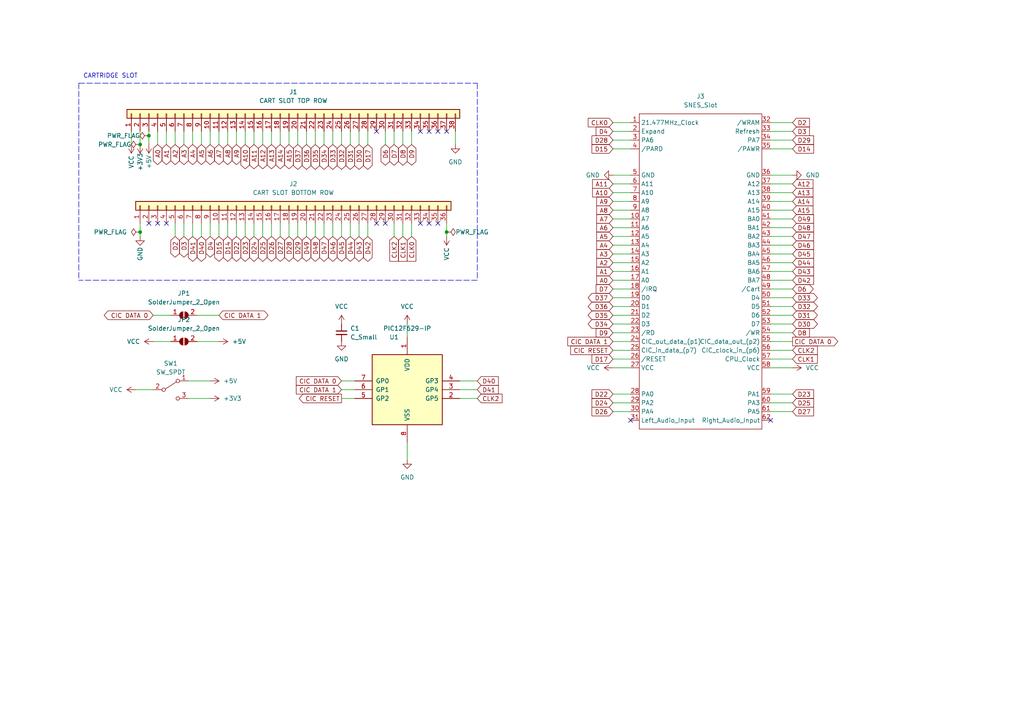
<source format=kicad_sch>
(kicad_sch (version 20210621) (generator eeschema)
  (paper "A4")
  (title_block (title "OSCR SNES ADAPTER") (date "2021-10-31") (rev "V1"))
  (lib_symbols
    (symbol "Connector_Generic:Conn_01x36" (pin_names (offset 1.016) hide)
      (property "Reference" "J" (at 0 45.72 0))
      (property "Value" "Conn_01x36" (at 0 -48.26 0))
      (symbol "Conn_01x36_1_1"
        (rectangle (start -1.27 -45.593) (end 0 -45.847) (stroke (width 0.1524)))
        (rectangle (start -1.27 -43.053) (end 0 -43.307) (stroke (width 0.1524)))
        (rectangle (start -1.27 -40.513) (end 0 -40.767) (stroke (width 0.1524)))
        (rectangle (start -1.27 -37.973) (end 0 -38.227) (stroke (width 0.1524)))
        (rectangle (start -1.27 -35.433) (end 0 -35.687) (stroke (width 0.1524)))
        (rectangle (start -1.27 -32.893) (end 0 -33.147) (stroke (width 0.1524)))
        (rectangle (start -1.27 -30.353) (end 0 -30.607) (stroke (width 0.1524)))
        (rectangle (start -1.27 -27.813) (end 0 -28.067) (stroke (width 0.1524)))
        (rectangle (start -1.27 -25.273) (end 0 -25.527) (stroke (width 0.1524)))
        (rectangle (start -1.27 -22.733) (end 0 -22.987) (stroke (width 0.1524)))
        (rectangle (start -1.27 -20.193) (end 0 -20.447) (stroke (width 0.1524)))
        (rectangle (start -1.27 -17.653) (end 0 -17.907) (stroke (width 0.1524)))
        (rectangle (start -1.27 -15.113) (end 0 -15.367) (stroke (width 0.1524)))
        (rectangle (start -1.27 -12.573) (end 0 -12.827) (stroke (width 0.1524)))
        (rectangle (start -1.27 -10.033) (end 0 -10.287) (stroke (width 0.1524)))
        (rectangle (start -1.27 -7.493) (end 0 -7.747) (stroke (width 0.1524)))
        (rectangle (start -1.27 -4.953) (end 0 -5.207) (stroke (width 0.1524)))
        (rectangle (start -1.27 -2.413) (end 0 -2.667) (stroke (width 0.1524)))
        (rectangle (start -1.27 0.127) (end 0 -0.127) (stroke (width 0.1524)))
        (rectangle (start -1.27 2.667) (end 0 2.413) (stroke (width 0.1524)))
        (rectangle (start -1.27 5.207) (end 0 4.953) (stroke (width 0.1524)))
        (rectangle (start -1.27 7.747) (end 0 7.493) (stroke (width 0.1524)))
        (rectangle (start -1.27 10.287) (end 0 10.033) (stroke (width 0.1524)))
        (rectangle (start -1.27 12.827) (end 0 12.573) (stroke (width 0.1524)))
        (rectangle (start -1.27 15.367) (end 0 15.113) (stroke (width 0.1524)))
        (rectangle (start -1.27 17.907) (end 0 17.653) (stroke (width 0.1524)))
        (rectangle (start -1.27 20.447) (end 0 20.193) (stroke (width 0.1524)))
        (rectangle (start -1.27 22.987) (end 0 22.733) (stroke (width 0.1524)))
        (rectangle (start -1.27 25.527) (end 0 25.273) (stroke (width 0.1524)))
        (rectangle (start -1.27 28.067) (end 0 27.813) (stroke (width 0.1524)))
        (rectangle (start -1.27 30.607) (end 0 30.353) (stroke (width 0.1524)))
        (rectangle (start -1.27 33.147) (end 0 32.893) (stroke (width 0.1524)))
        (rectangle (start -1.27 35.687) (end 0 35.433) (stroke (width 0.1524)))
        (rectangle (start -1.27 38.227) (end 0 37.973) (stroke (width 0.1524)))
        (rectangle (start -1.27 40.767) (end 0 40.513) (stroke (width 0.1524)))
        (rectangle (start -1.27 43.307) (end 0 43.053) (stroke (width 0.1524)))
        (rectangle (start -1.27 44.45) (end 1.27 -46.99) (stroke (width 0.254)) (fill (type background)))
        (pin passive line (at -5.08 43.18 0) (length 3.81) (name "Pin_1") (number "1"))
        (pin passive line (at -5.08 20.32 0) (length 3.81) (name "Pin_10") (number "10"))
        (pin passive line (at -5.08 17.78 0) (length 3.81) (name "Pin_11") (number "11"))
        (pin passive line (at -5.08 15.24 0) (length 3.81) (name "Pin_12") (number "12"))
        (pin passive line (at -5.08 12.7 0) (length 3.81) (name "Pin_13") (number "13"))
        (pin passive line (at -5.08 10.16 0) (length 3.81) (name "Pin_14") (number "14"))
        (pin passive line (at -5.08 7.62 0) (length 3.81) (name "Pin_15") (number "15"))
        (pin passive line (at -5.08 5.08 0) (length 3.81) (name "Pin_16") (number "16"))
        (pin passive line (at -5.08 2.54 0) (length 3.81) (name "Pin_17") (number "17"))
        (pin passive line (at -5.08 0 0) (length 3.81) (name "Pin_18") (number "18"))
        (pin passive line (at -5.08 -2.54 0) (length 3.81) (name "Pin_19") (number "19"))
        (pin passive line (at -5.08 40.64 0) (length 3.81) (name "Pin_2") (number "2"))
        (pin passive line (at -5.08 -5.08 0) (length 3.81) (name "Pin_20") (number "20"))
        (pin passive line (at -5.08 -7.62 0) (length 3.81) (name "Pin_21") (number "21"))
        (pin passive line (at -5.08 -10.16 0) (length 3.81) (name "Pin_22") (number "22"))
        (pin passive line (at -5.08 -12.7 0) (length 3.81) (name "Pin_23") (number "23"))
        (pin passive line (at -5.08 -15.24 0) (length 3.81) (name "Pin_24") (number "24"))
        (pin passive line (at -5.08 -17.78 0) (length 3.81) (name "Pin_25") (number "25"))
        (pin passive line (at -5.08 -20.32 0) (length 3.81) (name "Pin_26") (number "26"))
        (pin passive line (at -5.08 -22.86 0) (length 3.81) (name "Pin_27") (number "27"))
        (pin passive line (at -5.08 -25.4 0) (length 3.81) (name "Pin_28") (number "28"))
        (pin passive line (at -5.08 -27.94 0) (length 3.81) (name "Pin_29") (number "29"))
        (pin passive line (at -5.08 38.1 0) (length 3.81) (name "Pin_3") (number "3"))
        (pin passive line (at -5.08 -30.48 0) (length 3.81) (name "Pin_30") (number "30"))
        (pin passive line (at -5.08 -33.02 0) (length 3.81) (name "Pin_31") (number "31"))
        (pin passive line (at -5.08 -35.56 0) (length 3.81) (name "Pin_32") (number "32"))
        (pin passive line (at -5.08 -38.1 0) (length 3.81) (name "Pin_33") (number "33"))
        (pin passive line (at -5.08 -40.64 0) (length 3.81) (name "Pin_34") (number "34"))
        (pin passive line (at -5.08 -43.18 0) (length 3.81) (name "Pin_35") (number "35"))
        (pin passive line (at -5.08 -45.72 0) (length 3.81) (name "Pin_36") (number "36"))
        (pin passive line (at -5.08 35.56 0) (length 3.81) (name "Pin_4") (number "4"))
        (pin passive line (at -5.08 33.02 0) (length 3.81) (name "Pin_5") (number "5"))
        (pin passive line (at -5.08 30.48 0) (length 3.81) (name "Pin_6") (number "6"))
        (pin passive line (at -5.08 27.94 0) (length 3.81) (name "Pin_7") (number "7"))
        (pin passive line (at -5.08 25.4 0) (length 3.81) (name "Pin_8") (number "8"))
        (pin passive line (at -5.08 22.86 0) (length 3.81) (name "Pin_9") (number "9"))
      )
    )
    (symbol "Connector_Generic:Conn_01x38" (pin_names (offset 1.016) hide)
      (property "Reference" "J" (at 0 48.26 0))
      (property "Value" "Conn_01x38" (at 0 -50.8 0))
      (symbol "Conn_01x38_1_1"
        (rectangle (start -1.27 -48.133) (end 0 -48.387) (stroke (width 0.1524)))
        (rectangle (start -1.27 -45.593) (end 0 -45.847) (stroke (width 0.1524)))
        (rectangle (start -1.27 -43.053) (end 0 -43.307) (stroke (width 0.1524)))
        (rectangle (start -1.27 -40.513) (end 0 -40.767) (stroke (width 0.1524)))
        (rectangle (start -1.27 -37.973) (end 0 -38.227) (stroke (width 0.1524)))
        (rectangle (start -1.27 -35.433) (end 0 -35.687) (stroke (width 0.1524)))
        (rectangle (start -1.27 -32.893) (end 0 -33.147) (stroke (width 0.1524)))
        (rectangle (start -1.27 -30.353) (end 0 -30.607) (stroke (width 0.1524)))
        (rectangle (start -1.27 -27.813) (end 0 -28.067) (stroke (width 0.1524)))
        (rectangle (start -1.27 -25.273) (end 0 -25.527) (stroke (width 0.1524)))
        (rectangle (start -1.27 -22.733) (end 0 -22.987) (stroke (width 0.1524)))
        (rectangle (start -1.27 -20.193) (end 0 -20.447) (stroke (width 0.1524)))
        (rectangle (start -1.27 -17.653) (end 0 -17.907) (stroke (width 0.1524)))
        (rectangle (start -1.27 -15.113) (end 0 -15.367) (stroke (width 0.1524)))
        (rectangle (start -1.27 -12.573) (end 0 -12.827) (stroke (width 0.1524)))
        (rectangle (start -1.27 -10.033) (end 0 -10.287) (stroke (width 0.1524)))
        (rectangle (start -1.27 -7.493) (end 0 -7.747) (stroke (width 0.1524)))
        (rectangle (start -1.27 -4.953) (end 0 -5.207) (stroke (width 0.1524)))
        (rectangle (start -1.27 -2.413) (end 0 -2.667) (stroke (width 0.1524)))
        (rectangle (start -1.27 0.127) (end 0 -0.127) (stroke (width 0.1524)))
        (rectangle (start -1.27 2.667) (end 0 2.413) (stroke (width 0.1524)))
        (rectangle (start -1.27 5.207) (end 0 4.953) (stroke (width 0.1524)))
        (rectangle (start -1.27 7.747) (end 0 7.493) (stroke (width 0.1524)))
        (rectangle (start -1.27 10.287) (end 0 10.033) (stroke (width 0.1524)))
        (rectangle (start -1.27 12.827) (end 0 12.573) (stroke (width 0.1524)))
        (rectangle (start -1.27 15.367) (end 0 15.113) (stroke (width 0.1524)))
        (rectangle (start -1.27 17.907) (end 0 17.653) (stroke (width 0.1524)))
        (rectangle (start -1.27 20.447) (end 0 20.193) (stroke (width 0.1524)))
        (rectangle (start -1.27 22.987) (end 0 22.733) (stroke (width 0.1524)))
        (rectangle (start -1.27 25.527) (end 0 25.273) (stroke (width 0.1524)))
        (rectangle (start -1.27 28.067) (end 0 27.813) (stroke (width 0.1524)))
        (rectangle (start -1.27 30.607) (end 0 30.353) (stroke (width 0.1524)))
        (rectangle (start -1.27 33.147) (end 0 32.893) (stroke (width 0.1524)))
        (rectangle (start -1.27 35.687) (end 0 35.433) (stroke (width 0.1524)))
        (rectangle (start -1.27 38.227) (end 0 37.973) (stroke (width 0.1524)))
        (rectangle (start -1.27 40.767) (end 0 40.513) (stroke (width 0.1524)))
        (rectangle (start -1.27 43.307) (end 0 43.053) (stroke (width 0.1524)))
        (rectangle (start -1.27 45.847) (end 0 45.593) (stroke (width 0.1524)))
        (rectangle (start -1.27 46.99) (end 1.27 -49.53) (stroke (width 0.254)) (fill (type background)))
        (pin passive line (at -5.08 45.72 0) (length 3.81) (name "Pin_1") (number "1"))
        (pin passive line (at -5.08 22.86 0) (length 3.81) (name "Pin_10") (number "10"))
        (pin passive line (at -5.08 20.32 0) (length 3.81) (name "Pin_11") (number "11"))
        (pin passive line (at -5.08 17.78 0) (length 3.81) (name "Pin_12") (number "12"))
        (pin passive line (at -5.08 15.24 0) (length 3.81) (name "Pin_13") (number "13"))
        (pin passive line (at -5.08 12.7 0) (length 3.81) (name "Pin_14") (number "14"))
        (pin passive line (at -5.08 10.16 0) (length 3.81) (name "Pin_15") (number "15"))
        (pin passive line (at -5.08 7.62 0) (length 3.81) (name "Pin_16") (number "16"))
        (pin passive line (at -5.08 5.08 0) (length 3.81) (name "Pin_17") (number "17"))
        (pin passive line (at -5.08 2.54 0) (length 3.81) (name "Pin_18") (number "18"))
        (pin passive line (at -5.08 0 0) (length 3.81) (name "Pin_19") (number "19"))
        (pin passive line (at -5.08 43.18 0) (length 3.81) (name "Pin_2") (number "2"))
        (pin passive line (at -5.08 -2.54 0) (length 3.81) (name "Pin_20") (number "20"))
        (pin passive line (at -5.08 -5.08 0) (length 3.81) (name "Pin_21") (number "21"))
        (pin passive line (at -5.08 -7.62 0) (length 3.81) (name "Pin_22") (number "22"))
        (pin passive line (at -5.08 -10.16 0) (length 3.81) (name "Pin_23") (number "23"))
        (pin passive line (at -5.08 -12.7 0) (length 3.81) (name "Pin_24") (number "24"))
        (pin passive line (at -5.08 -15.24 0) (length 3.81) (name "Pin_25") (number "25"))
        (pin passive line (at -5.08 -17.78 0) (length 3.81) (name "Pin_26") (number "26"))
        (pin passive line (at -5.08 -20.32 0) (length 3.81) (name "Pin_27") (number "27"))
        (pin passive line (at -5.08 -22.86 0) (length 3.81) (name "Pin_28") (number "28"))
        (pin passive line (at -5.08 -25.4 0) (length 3.81) (name "Pin_29") (number "29"))
        (pin passive line (at -5.08 40.64 0) (length 3.81) (name "Pin_3") (number "3"))
        (pin passive line (at -5.08 -27.94 0) (length 3.81) (name "Pin_30") (number "30"))
        (pin passive line (at -5.08 -30.48 0) (length 3.81) (name "Pin_31") (number "31"))
        (pin passive line (at -5.08 -33.02 0) (length 3.81) (name "Pin_32") (number "32"))
        (pin passive line (at -5.08 -35.56 0) (length 3.81) (name "Pin_33") (number "33"))
        (pin passive line (at -5.08 -38.1 0) (length 3.81) (name "Pin_34") (number "34"))
        (pin passive line (at -5.08 -40.64 0) (length 3.81) (name "Pin_35") (number "35"))
        (pin passive line (at -5.08 -43.18 0) (length 3.81) (name "Pin_36") (number "36"))
        (pin passive line (at -5.08 -45.72 0) (length 3.81) (name "Pin_37") (number "37"))
        (pin passive line (at -5.08 -48.26 0) (length 3.81) (name "Pin_38") (number "38"))
        (pin passive line (at -5.08 38.1 0) (length 3.81) (name "Pin_4") (number "4"))
        (pin passive line (at -5.08 35.56 0) (length 3.81) (name "Pin_5") (number "5"))
        (pin passive line (at -5.08 33.02 0) (length 3.81) (name "Pin_6") (number "6"))
        (pin passive line (at -5.08 30.48 0) (length 3.81) (name "Pin_7") (number "7"))
        (pin passive line (at -5.08 27.94 0) (length 3.81) (name "Pin_8") (number "8"))
        (pin passive line (at -5.08 25.4 0) (length 3.81) (name "Pin_9") (number "9"))
      )
    )
    (symbol "Device:C_Small" (pin_numbers hide) (pin_names (offset 0.254) hide)
      (property "Reference" "C" (at 0.254 1.778 0))
      (property "Value" "C_Small" (at 0.254 -2.032 0))
      (symbol "C_Small_0_1"
        (polyline (pts (xy -1.524 -0.508) (xy 1.524 -0.508)) (stroke (width 0.3302)))
        (polyline (pts (xy -1.524 0.508) (xy 1.524 0.508)) (stroke (width 0.3048)))
      )
      (symbol "C_Small_1_1"
        (pin passive line (at 0 2.54 270) (length 2.032) (name "~") (number "1"))
        (pin passive line (at 0 -2.54 90) (length 2.032) (name "~") (number "2"))
      )
    )
    (symbol "Jumper:SolderJumper_2_Open" (pin_names (offset 0) hide)
      (property "Reference" "JP" (at 0 2.032 0))
      (property "Value" "SolderJumper_2_Open" (at 0 -2.54 0))
      (symbol "SolderJumper_2_Open_0_1"
        (arc (start -0.254 1.016) (mid -1.27 0) (end -0.254 -1.016))
        (arc (start -0.254 1.016) (mid -1.27 0) (end -0.254 -1.016) (fill (type outline)))
        (polyline (pts (xy -0.254 1.016) (xy -0.254 -1.016)))
        (polyline (pts (xy 0.254 1.016) (xy 0.254 -1.016)))
        (arc (start 0.254 -1.016) (mid 1.27 0) (end 0.254 1.016))
        (arc (start 0.254 -1.016) (mid 1.27 0) (end 0.254 1.016) (fill (type outline)))
      )
      (symbol "SolderJumper_2_Open_1_1"
        (pin passive line (at -3.81 0 0) (length 2.54) (name "A") (number "1"))
        (pin passive line (at 3.81 0 180) (length 2.54) (name "B") (number "2"))
      )
    )
    (symbol "MCU_Microchip_PIC12:PIC12F629-IP" (pin_names (offset 1.016))
      (property "Reference" "U" (at 1.27 13.97 0))
      (property "Value" "PIC12F629-IP" (at 1.27 11.43 0))
      (symbol "PIC12F629-IP_0_1"
        (rectangle (start 10.16 -10.16) (end -10.16 10.16) (stroke (width 0.254)) (fill (type background)))
      )
      (symbol "PIC12F629-IP_1_1"
        (pin power_in line (at 0 15.24 270) (length 5.08) (name "VDD") (number "1"))
        (pin bidirectional line (at 15.24 -2.54 180) (length 5.08) (name "GP5") (number "2"))
        (pin bidirectional line (at 15.24 0 180) (length 5.08) (name "GP4") (number "3"))
        (pin input line (at 15.24 2.54 180) (length 5.08) (name "GP3") (number "4"))
        (pin bidirectional line (at -15.24 -2.54 0) (length 5.08) (name "GP2") (number "5"))
        (pin bidirectional line (at -15.24 0 0) (length 5.08) (name "GP1") (number "6"))
        (pin bidirectional line (at -15.24 2.54 0) (length 5.08) (name "GP0") (number "7"))
        (pin power_in line (at 0 -15.24 90) (length 5.08) (name "VSS") (number "8"))
      )
    )
    (symbol "Switch:SW_SPDT" (pin_names (offset 0) hide)
      (property "Reference" "SW" (at 0 4.318 0))
      (property "Value" "SW_SPDT" (at 0 -5.08 0))
      (symbol "SW_SPDT_0_0"
        (circle (center -2.032 0) (radius 0.508))
        (circle (center 2.032 -2.54) (radius 0.508))
      )
      (symbol "SW_SPDT_0_1"
        (polyline (pts (xy -1.524 0.254) (xy 1.651 2.286)))
        (circle (center 2.032 2.54) (radius 0.508))
      )
      (symbol "SW_SPDT_1_1"
        (pin passive line (at 5.08 2.54 180) (length 2.54) (name "A") (number "1"))
        (pin passive line (at -5.08 0 0) (length 2.54) (name "B") (number "2"))
        (pin passive line (at 5.08 -2.54 180) (length 2.54) (name "C") (number "3"))
      )
    )
    (symbol "power:+3.3V" (power) (pin_names (offset 0))
      (property "Value" "+3.3V" (at 0 3.556 0))
      (symbol "+3.3V_0_1"
        (polyline (pts (xy -0.762 1.27) (xy 0 2.54)))
        (polyline (pts (xy 0 0) (xy 0 2.54)))
        (polyline (pts (xy 0 2.54) (xy 0.762 1.27)))
      )
      (symbol "+3.3V_1_1"
        (pin power_in line (at 0 0 90) (length 0) hide (name "+3V3") (number "1"))
      )
    )
    (symbol "power:+5V" (power) (pin_names (offset 0))
      (property "Value" "+5V" (at 0 3.556 0))
      (symbol "+5V_0_1"
        (polyline (pts (xy -0.762 1.27) (xy 0 2.54)))
        (polyline (pts (xy 0 0) (xy 0 2.54)))
        (polyline (pts (xy 0 2.54) (xy 0.762 1.27)))
      )
      (symbol "+5V_1_1"
        (pin power_in line (at 0 0 90) (length 0) hide (name "+5V") (number "1"))
      )
    )
    (symbol "power:GND" (power) (pin_names (offset 0))
      (property "Value" "GND" (at 0 -3.81 0))
      (symbol "GND_0_1"
        (polyline (pts (xy 0 0) (xy 0 -1.27) (xy 1.27 -1.27) (xy 0 -2.54) (xy -1.27 -1.27) (xy 0 -1.27)))
      )
      (symbol "GND_1_1"
        (pin power_in line (at 0 0 270) (length 0) hide (name "GND") (number "1"))
      )
    )
    (symbol "power:PWR_FLAG" (power) (pin_numbers hide) (pin_names (offset 0) hide)
      (property "Value" "PWR_FLAG" (at 0 3.81 0))
      (symbol "PWR_FLAG_0_0"
        (pin power_out line (at 0 0 90) (length 0) (name "pwr") (number "1"))
      )
      (symbol "PWR_FLAG_0_1"
        (polyline (pts (xy 0 0) (xy 0 1.27) (xy -1.016 1.905) (xy 0 2.54) (xy 1.016 1.905) (xy 0 1.27)))
      )
    )
    (symbol "power:VCC" (power) (pin_names (offset 0))
      (property "Value" "VCC" (at 0 3.81 0))
      (symbol "VCC_0_1"
        (polyline (pts (xy -0.762 1.27) (xy 0 2.54)))
        (polyline (pts (xy 0 0) (xy 0 2.54)))
        (polyline (pts (xy 0 2.54) (xy 0.762 1.27)))
      )
      (symbol "VCC_1_1"
        (pin power_in line (at 0 0 90) (length 0) hide (name "VCC") (number "1"))
      )
    )
    (symbol "sanni:SNES_Slot"
      (property "Reference" "J" (at 12.7 45.72 0))
      (property "Value" "SNES_Slot" (at -11.43 45.72 0))
      (symbol "SNES_Slot_0_1"
        (rectangle (start -16.51 44.45) (end 19.05 -46.99) (stroke (width 0.1524)))
      )
      (symbol "SNES_Slot_1_1"
        (pin input line (at -19.05 41.91 0) (length 2.54) (name "21.477MHz_Clock") (number "1"))
        (pin input line (at -19.05 13.97 0) (length 2.54) (name "A7") (number "10"))
        (pin input line (at -19.05 11.43 0) (length 2.54) (name "A6") (number "11"))
        (pin input line (at -19.05 8.89 0) (length 2.54) (name "A5") (number "12"))
        (pin input line (at -19.05 6.35 0) (length 2.54) (name "A4") (number "13"))
        (pin input line (at -19.05 3.81 0) (length 2.54) (name "A3") (number "14"))
        (pin input line (at -19.05 1.27 0) (length 2.54) (name "A2") (number "15"))
        (pin input line (at -19.05 -1.27 0) (length 2.54) (name "A1") (number "16"))
        (pin input line (at -19.05 -3.81 0) (length 2.54) (name "A0") (number "17"))
        (pin input line (at -19.05 -6.35 0) (length 2.54) (name "/IRQ") (number "18"))
        (pin bidirectional line (at -19.05 -8.89 0) (length 2.54) (name "D0") (number "19"))
        (pin input line (at -19.05 39.37 0) (length 2.54) (name "Expand") (number "2"))
        (pin bidirectional line (at -19.05 -11.43 0) (length 2.54) (name "D1") (number "20"))
        (pin bidirectional line (at -19.05 -13.97 0) (length 2.54) (name "D2") (number "21"))
        (pin bidirectional line (at -19.05 -16.51 0) (length 2.54) (name "D3") (number "22"))
        (pin input line (at -19.05 -19.05 0) (length 2.54) (name "/RD") (number "23"))
        (pin output line (at -19.05 -21.59 0) (length 2.54) (name "CIC_out_data_(p1)") (number "24"))
        (pin input line (at -19.05 -24.13 0) (length 2.54) (name "CIC_in_data_(p7)") (number "25"))
        (pin input line (at -19.05 -26.67 0) (length 2.54) (name "/RESET") (number "26"))
        (pin power_in line (at -19.05 -29.21 0) (length 2.54) (name "VCC") (number "27"))
        (pin input line (at -19.05 -36.83 0) (length 2.54) (name "PA0") (number "28"))
        (pin input line (at -19.05 -39.37 0) (length 2.54) (name "PA2") (number "29"))
        (pin input line (at -19.05 36.83 0) (length 2.54) (name "PA6") (number "3"))
        (pin input line (at -19.05 -41.91 0) (length 2.54) (name "PA4") (number "30"))
        (pin input line (at -19.05 -44.45 0) (length 2.54) (name "Left_Audio_Input") (number "31"))
        (pin input line (at 21.59 41.91 180) (length 2.54) (name "/WRAM") (number "32"))
        (pin input line (at 21.59 39.37 180) (length 2.54) (name "Refresh") (number "33"))
        (pin input line (at 21.59 36.83 180) (length 2.54) (name "PA7") (number "34"))
        (pin input line (at 21.59 34.29 180) (length 2.54) (name "/PAWR") (number "35"))
        (pin power_in line (at 21.59 26.67 180) (length 2.54) (name "GND") (number "36"))
        (pin input line (at 21.59 24.13 180) (length 2.54) (name "A12") (number "37"))
        (pin input line (at 21.59 21.59 180) (length 2.54) (name "A13") (number "38"))
        (pin input line (at 21.59 19.05 180) (length 2.54) (name "A14") (number "39"))
        (pin input line (at -19.05 34.29 0) (length 2.54) (name "/PARD") (number "4"))
        (pin input line (at 21.59 16.51 180) (length 2.54) (name "A15") (number "40"))
        (pin input line (at 21.59 13.97 180) (length 2.54) (name "BA0") (number "41"))
        (pin input line (at 21.59 11.43 180) (length 2.54) (name "BA1") (number "42"))
        (pin input line (at 21.59 8.89 180) (length 2.54) (name "BA2") (number "43"))
        (pin input line (at 21.59 6.35 180) (length 2.54) (name "BA3") (number "44"))
        (pin input line (at 21.59 3.81 180) (length 2.54) (name "BA4") (number "45"))
        (pin input line (at 21.59 1.27 180) (length 2.54) (name "BA5") (number "46"))
        (pin input line (at 21.59 -1.27 180) (length 2.54) (name "BA6") (number "47"))
        (pin input line (at 21.59 -3.81 180) (length 2.54) (name "BA7") (number "48"))
        (pin input line (at 21.59 -6.35 180) (length 2.54) (name "/Cart") (number "49"))
        (pin power_in line (at -19.05 26.67 0) (length 2.54) (name "GND") (number "5"))
        (pin bidirectional line (at 21.59 -8.89 180) (length 2.54) (name "D4") (number "50"))
        (pin bidirectional line (at 21.59 -11.43 180) (length 2.54) (name "D5") (number "51"))
        (pin bidirectional line (at 21.59 -13.97 180) (length 2.54) (name "D6") (number "52"))
        (pin bidirectional line (at 21.59 -16.51 180) (length 2.54) (name "D7") (number "53"))
        (pin input line (at 21.59 -19.05 180) (length 2.54) (name "/WR") (number "54"))
        (pin output line (at 21.59 -21.59 180) (length 2.54) (name "CIC_data_out_(p2)") (number "55"))
        (pin input line (at 21.59 -24.13 180) (length 2.54) (name "CIC_clock_in_(p6)") (number "56"))
        (pin input line (at 21.59 -26.67 180) (length 2.54) (name "CPU_Clock") (number "57"))
        (pin power_in line (at 21.59 -29.21 180) (length 2.54) (name "VCC") (number "58"))
        (pin input line (at 21.59 -36.83 180) (length 2.54) (name "PA1") (number "59"))
        (pin input line (at -19.05 24.13 0) (length 2.54) (name "A11") (number "6"))
        (pin input line (at 21.59 -39.37 180) (length 2.54) (name "PA3") (number "60"))
        (pin input line (at 21.59 -41.91 180) (length 2.54) (name "PA5") (number "61"))
        (pin input line (at 21.59 -44.45 180) (length 2.54) (name "Right_Audio_Input") (number "62"))
        (pin input line (at -19.05 21.59 0) (length 2.54) (name "A10") (number "7"))
        (pin input line (at -19.05 19.05 0) (length 2.54) (name "A9") (number "8"))
        (pin input line (at -19.05 16.51 0) (length 2.54) (name "A8") (number "9"))
      )
    )
  )
  (junction (at 40.64 41.91))
  (junction (at 40.64 67.31))
  (junction (at 43.18 39.37))
  (junction (at 129.54 67.31))
  (no_connect (at 43.18 64.77))
  (no_connect (at 45.72 64.77))
  (no_connect (at 48.26 64.77))
  (no_connect (at 109.22 38.1))
  (no_connect (at 109.22 64.77))
  (no_connect (at 111.76 64.77))
  (no_connect (at 121.92 38.1))
  (no_connect (at 121.92 64.77))
  (no_connect (at 124.46 38.1))
  (no_connect (at 124.46 64.77))
  (no_connect (at 127 38.1))
  (no_connect (at 127 64.77))
  (no_connect (at 129.54 38.1))
  (no_connect (at 182.88 121.92))
  (no_connect (at 223.52 121.92))
  (wire (pts (xy 38.1 38.1) (xy 38.1 41.91)))
  (wire (pts (xy 39.37 113.03) (xy 44.45 113.03)))
  (wire (pts (xy 40.64 38.1) (xy 40.64 41.91)))
  (wire (pts (xy 40.64 64.77) (xy 40.64 67.31)))
  (wire (pts (xy 40.64 67.31) (xy 40.64 68.58)))
  (wire (pts (xy 43.18 38.1) (xy 43.18 39.37)))
  (wire (pts (xy 43.18 39.37) (xy 43.18 41.91)))
  (wire (pts (xy 44.45 91.44) (xy 49.53 91.44)))
  (wire (pts (xy 44.45 99.06) (xy 49.53 99.06)))
  (wire (pts (xy 45.72 38.1) (xy 45.72 41.91)))
  (wire (pts (xy 48.26 38.1) (xy 48.26 41.91)))
  (wire (pts (xy 50.8 38.1) (xy 50.8 41.91)))
  (wire (pts (xy 50.8 64.77) (xy 50.8 68.58)))
  (wire (pts (xy 53.34 38.1) (xy 53.34 41.91)))
  (wire (pts (xy 53.34 64.77) (xy 53.34 68.58)))
  (wire (pts (xy 54.61 110.49) (xy 60.96 110.49)))
  (wire (pts (xy 54.61 115.57) (xy 60.96 115.57)))
  (wire (pts (xy 55.88 38.1) (xy 55.88 41.91)))
  (wire (pts (xy 55.88 64.77) (xy 55.88 68.58)))
  (wire (pts (xy 57.15 91.44) (xy 63.5 91.44)))
  (wire (pts (xy 57.15 99.06) (xy 63.5 99.06)))
  (wire (pts (xy 58.42 38.1) (xy 58.42 41.91)))
  (wire (pts (xy 58.42 64.77) (xy 58.42 68.58)))
  (wire (pts (xy 60.96 38.1) (xy 60.96 41.91)))
  (wire (pts (xy 60.96 64.77) (xy 60.96 68.58)))
  (wire (pts (xy 63.5 38.1) (xy 63.5 41.91)))
  (wire (pts (xy 63.5 64.77) (xy 63.5 68.58)))
  (wire (pts (xy 66.04 38.1) (xy 66.04 41.91)))
  (wire (pts (xy 66.04 64.77) (xy 66.04 68.58)))
  (wire (pts (xy 68.58 38.1) (xy 68.58 41.91)))
  (wire (pts (xy 68.58 64.77) (xy 68.58 68.58)))
  (wire (pts (xy 71.12 38.1) (xy 71.12 41.91)))
  (wire (pts (xy 71.12 64.77) (xy 71.12 68.58)))
  (wire (pts (xy 73.66 38.1) (xy 73.66 41.91)))
  (wire (pts (xy 73.66 64.77) (xy 73.66 68.58)))
  (wire (pts (xy 76.2 38.1) (xy 76.2 41.91)))
  (wire (pts (xy 76.2 64.77) (xy 76.2 68.58)))
  (wire (pts (xy 78.74 38.1) (xy 78.74 41.91)))
  (wire (pts (xy 78.74 64.77) (xy 78.74 68.58)))
  (wire (pts (xy 81.28 38.1) (xy 81.28 41.91)))
  (wire (pts (xy 81.28 64.77) (xy 81.28 68.58)))
  (wire (pts (xy 83.82 38.1) (xy 83.82 41.91)))
  (wire (pts (xy 83.82 64.77) (xy 83.82 68.58)))
  (wire (pts (xy 86.36 38.1) (xy 86.36 41.91)))
  (wire (pts (xy 86.36 64.77) (xy 86.36 68.58)))
  (wire (pts (xy 88.9 38.1) (xy 88.9 41.91)))
  (wire (pts (xy 88.9 64.77) (xy 88.9 68.58)))
  (wire (pts (xy 91.44 38.1) (xy 91.44 41.91)))
  (wire (pts (xy 91.44 64.77) (xy 91.44 68.58)))
  (wire (pts (xy 93.98 38.1) (xy 93.98 41.91)))
  (wire (pts (xy 93.98 64.77) (xy 93.98 68.58)))
  (wire (pts (xy 96.52 38.1) (xy 96.52 41.91)))
  (wire (pts (xy 96.52 64.77) (xy 96.52 68.58)))
  (wire (pts (xy 99.06 38.1) (xy 99.06 41.91)))
  (wire (pts (xy 99.06 64.77) (xy 99.06 68.58)))
  (wire (pts (xy 99.06 110.49) (xy 102.87 110.49)))
  (wire (pts (xy 99.06 113.03) (xy 102.87 113.03)))
  (wire (pts (xy 99.06 115.57) (xy 102.87 115.57)))
  (wire (pts (xy 101.6 38.1) (xy 101.6 41.91)))
  (wire (pts (xy 101.6 64.77) (xy 101.6 68.58)))
  (wire (pts (xy 104.14 38.1) (xy 104.14 41.91)))
  (wire (pts (xy 104.14 64.77) (xy 104.14 68.58)))
  (wire (pts (xy 106.68 38.1) (xy 106.68 41.91)))
  (wire (pts (xy 106.68 64.77) (xy 106.68 68.58)))
  (wire (pts (xy 111.76 38.1) (xy 111.76 41.91)))
  (wire (pts (xy 114.3 38.1) (xy 114.3 41.91)))
  (wire (pts (xy 114.3 64.77) (xy 114.3 68.58)))
  (wire (pts (xy 116.84 38.1) (xy 116.84 41.91)))
  (wire (pts (xy 116.84 64.77) (xy 116.84 68.58)))
  (wire (pts (xy 118.11 93.98) (xy 118.11 97.79)))
  (wire (pts (xy 118.11 128.27) (xy 118.11 133.35)))
  (wire (pts (xy 119.38 38.1) (xy 119.38 41.91)))
  (wire (pts (xy 119.38 64.77) (xy 119.38 68.58)))
  (wire (pts (xy 129.54 64.77) (xy 129.54 67.31)))
  (wire (pts (xy 129.54 67.31) (xy 129.54 68.58)))
  (wire (pts (xy 132.08 38.1) (xy 132.08 41.91)))
  (wire (pts (xy 133.35 110.49) (xy 138.43 110.49)))
  (wire (pts (xy 133.35 113.03) (xy 138.43 113.03)))
  (wire (pts (xy 133.35 115.57) (xy 138.43 115.57)))
  (wire (pts (xy 177.8 35.56) (xy 182.88 35.56)))
  (wire (pts (xy 177.8 38.1) (xy 182.88 38.1)))
  (wire (pts (xy 177.8 40.64) (xy 182.88 40.64)))
  (wire (pts (xy 177.8 43.18) (xy 182.88 43.18)))
  (wire (pts (xy 177.8 50.8) (xy 182.88 50.8)))
  (wire (pts (xy 177.8 53.34) (xy 182.88 53.34)))
  (wire (pts (xy 177.8 55.88) (xy 182.88 55.88)))
  (wire (pts (xy 177.8 58.42) (xy 182.88 58.42)))
  (wire (pts (xy 177.8 60.96) (xy 182.88 60.96)))
  (wire (pts (xy 177.8 63.5) (xy 182.88 63.5)))
  (wire (pts (xy 177.8 66.04) (xy 182.88 66.04)))
  (wire (pts (xy 177.8 68.58) (xy 182.88 68.58)))
  (wire (pts (xy 177.8 71.12) (xy 182.88 71.12)))
  (wire (pts (xy 177.8 73.66) (xy 182.88 73.66)))
  (wire (pts (xy 177.8 76.2) (xy 182.88 76.2)))
  (wire (pts (xy 177.8 78.74) (xy 182.88 78.74)))
  (wire (pts (xy 177.8 81.28) (xy 182.88 81.28)))
  (wire (pts (xy 177.8 83.82) (xy 182.88 83.82)))
  (wire (pts (xy 177.8 86.36) (xy 182.88 86.36)))
  (wire (pts (xy 177.8 88.9) (xy 182.88 88.9)))
  (wire (pts (xy 177.8 91.44) (xy 182.88 91.44)))
  (wire (pts (xy 177.8 93.98) (xy 182.88 93.98)))
  (wire (pts (xy 177.8 96.52) (xy 182.88 96.52)))
  (wire (pts (xy 177.8 99.06) (xy 182.88 99.06)))
  (wire (pts (xy 177.8 101.6) (xy 182.88 101.6)))
  (wire (pts (xy 177.8 104.14) (xy 182.88 104.14)))
  (wire (pts (xy 177.8 106.68) (xy 182.88 106.68)))
  (wire (pts (xy 177.8 114.3) (xy 182.88 114.3)))
  (wire (pts (xy 177.8 116.84) (xy 182.88 116.84)))
  (wire (pts (xy 177.8 119.38) (xy 182.88 119.38)))
  (wire (pts (xy 223.52 35.56) (xy 229.87 35.56)))
  (wire (pts (xy 223.52 38.1) (xy 229.87 38.1)))
  (wire (pts (xy 223.52 40.64) (xy 229.87 40.64)))
  (wire (pts (xy 223.52 43.18) (xy 229.87 43.18)))
  (wire (pts (xy 223.52 50.8) (xy 229.87 50.8)))
  (wire (pts (xy 223.52 53.34) (xy 229.87 53.34)))
  (wire (pts (xy 223.52 55.88) (xy 229.87 55.88)))
  (wire (pts (xy 223.52 58.42) (xy 229.87 58.42)))
  (wire (pts (xy 223.52 60.96) (xy 229.87 60.96)))
  (wire (pts (xy 223.52 63.5) (xy 229.87 63.5)))
  (wire (pts (xy 223.52 66.04) (xy 229.87 66.04)))
  (wire (pts (xy 223.52 68.58) (xy 229.87 68.58)))
  (wire (pts (xy 223.52 71.12) (xy 229.87 71.12)))
  (wire (pts (xy 223.52 73.66) (xy 229.87 73.66)))
  (wire (pts (xy 223.52 76.2) (xy 229.87 76.2)))
  (wire (pts (xy 223.52 78.74) (xy 229.87 78.74)))
  (wire (pts (xy 223.52 81.28) (xy 229.87 81.28)))
  (wire (pts (xy 223.52 83.82) (xy 229.87 83.82)))
  (wire (pts (xy 223.52 86.36) (xy 229.87 86.36)))
  (wire (pts (xy 223.52 88.9) (xy 229.87 88.9)))
  (wire (pts (xy 223.52 91.44) (xy 229.87 91.44)))
  (wire (pts (xy 223.52 93.98) (xy 229.87 93.98)))
  (wire (pts (xy 223.52 96.52) (xy 229.87 96.52)))
  (wire (pts (xy 223.52 99.06) (xy 229.87 99.06)))
  (wire (pts (xy 223.52 101.6) (xy 229.87 101.6)))
  (wire (pts (xy 223.52 104.14) (xy 229.87 104.14)))
  (wire (pts (xy 223.52 106.68) (xy 229.87 106.68)))
  (wire (pts (xy 223.52 114.3) (xy 229.87 114.3)))
  (wire (pts (xy 223.52 116.84) (xy 229.87 116.84)))
  (wire (pts (xy 223.52 119.38) (xy 229.87 119.38)))
  (polyline (pts (xy 22.86 24.13) (xy 22.86 81.28)))
  (polyline (pts (xy 22.86 24.13) (xy 138.43 24.13)))
  (polyline (pts (xy 138.43 24.13) (xy 138.43 81.28)))
  (polyline (pts (xy 138.43 81.28) (xy 22.86 81.28)))
  (text "CARTRIDGE SLOT" (at 24.13 22.86 0) (effects (font (size 1.27 1.27)) (justify left bottom)))
  (global_label "CIC DATA 0" (shape bidirectional) (at 44.45 91.44 180) (property "Intersheet References" "${INTERSHEET_REFS}" (effects hide)))
  (global_label "A0" (shape bidirectional) (at 45.72 41.91 270) (property "Intersheet References" "${INTERSHEET_REFS}" (effects hide)))
  (global_label "A1" (shape bidirectional) (at 48.26 41.91 270) (property "Intersheet References" "${INTERSHEET_REFS}" (effects hide)))
  (global_label "A2" (shape bidirectional) (at 50.8 41.91 270) (property "Intersheet References" "${INTERSHEET_REFS}" (effects hide)))
  (global_label "D2" (shape bidirectional) (at 50.8 68.58 270) (property "Intersheet References" "${INTERSHEET_REFS}" (effects hide)))
  (global_label "A3" (shape bidirectional) (at 53.34 41.91 270) (property "Intersheet References" "${INTERSHEET_REFS}" (effects hide)))
  (global_label "D3" (shape bidirectional) (at 53.34 68.58 270) (property "Intersheet References" "${INTERSHEET_REFS}" (effects hide)))
  (global_label "A4" (shape bidirectional) (at 55.88 41.91 270) (property "Intersheet References" "${INTERSHEET_REFS}" (effects hide)))
  (global_label "D41" (shape bidirectional) (at 55.88 68.58 270) (property "Intersheet References" "${INTERSHEET_REFS}" (effects hide)))
  (global_label "A5" (shape bidirectional) (at 58.42 41.91 270) (property "Intersheet References" "${INTERSHEET_REFS}" (effects hide)))
  (global_label "D40" (shape bidirectional) (at 58.42 68.58 270) (property "Intersheet References" "${INTERSHEET_REFS}" (effects hide)))
  (global_label "A6" (shape bidirectional) (at 60.96 41.91 270) (property "Intersheet References" "${INTERSHEET_REFS}" (effects hide)))
  (global_label "D4" (shape bidirectional) (at 60.96 68.58 270) (property "Intersheet References" "${INTERSHEET_REFS}" (effects hide)))
  (global_label "A7" (shape bidirectional) (at 63.5 41.91 270) (property "Intersheet References" "${INTERSHEET_REFS}" (effects hide)))
  (global_label "D15" (shape bidirectional) (at 63.5 68.58 270) (property "Intersheet References" "${INTERSHEET_REFS}" (effects hide)))
  (global_label "CIC DATA 1" (shape bidirectional) (at 63.5 91.44 0) (property "Intersheet References" "${INTERSHEET_REFS}" (effects hide)))
  (global_label "A8" (shape bidirectional) (at 66.04 41.91 270) (property "Intersheet References" "${INTERSHEET_REFS}" (effects hide)))
  (global_label "D14" (shape bidirectional) (at 66.04 68.58 270) (property "Intersheet References" "${INTERSHEET_REFS}" (effects hide)))
  (global_label "A9" (shape bidirectional) (at 68.58 41.91 270) (property "Intersheet References" "${INTERSHEET_REFS}" (effects hide)))
  (global_label "D22" (shape bidirectional) (at 68.58 68.58 270) (property "Intersheet References" "${INTERSHEET_REFS}" (effects hide)))
  (global_label "A10" (shape bidirectional) (at 71.12 41.91 270) (property "Intersheet References" "${INTERSHEET_REFS}" (effects hide)))
  (global_label "D23" (shape bidirectional) (at 71.12 68.58 270) (property "Intersheet References" "${INTERSHEET_REFS}" (effects hide)))
  (global_label "A11" (shape bidirectional) (at 73.66 41.91 270) (property "Intersheet References" "${INTERSHEET_REFS}" (effects hide)))
  (global_label "D24" (shape bidirectional) (at 73.66 68.58 270) (property "Intersheet References" "${INTERSHEET_REFS}" (effects hide)))
  (global_label "A12" (shape bidirectional) (at 76.2 41.91 270) (property "Intersheet References" "${INTERSHEET_REFS}" (effects hide)))
  (global_label "D25" (shape bidirectional) (at 76.2 68.58 270) (property "Intersheet References" "${INTERSHEET_REFS}" (effects hide)))
  (global_label "A13" (shape bidirectional) (at 78.74 41.91 270) (property "Intersheet References" "${INTERSHEET_REFS}" (effects hide)))
  (global_label "D26" (shape bidirectional) (at 78.74 68.58 270) (property "Intersheet References" "${INTERSHEET_REFS}" (effects hide)))
  (global_label "A14" (shape bidirectional) (at 81.28 41.91 270) (property "Intersheet References" "${INTERSHEET_REFS}" (effects hide)))
  (global_label "D27" (shape bidirectional) (at 81.28 68.58 270) (property "Intersheet References" "${INTERSHEET_REFS}" (effects hide)))
  (global_label "A15" (shape bidirectional) (at 83.82 41.91 270) (property "Intersheet References" "${INTERSHEET_REFS}" (effects hide)))
  (global_label "D28" (shape bidirectional) (at 83.82 68.58 270) (property "Intersheet References" "${INTERSHEET_REFS}" (effects hide)))
  (global_label "D37" (shape bidirectional) (at 86.36 41.91 270) (property "Intersheet References" "${INTERSHEET_REFS}" (effects hide)))
  (global_label "D29" (shape bidirectional) (at 86.36 68.58 270) (property "Intersheet References" "${INTERSHEET_REFS}" (effects hide)))
  (global_label "D36" (shape bidirectional) (at 88.9 41.91 270) (property "Intersheet References" "${INTERSHEET_REFS}" (effects hide)))
  (global_label "D49" (shape bidirectional) (at 88.9 68.58 270) (property "Intersheet References" "${INTERSHEET_REFS}" (effects hide)))
  (global_label "D35" (shape bidirectional) (at 91.44 41.91 270) (property "Intersheet References" "${INTERSHEET_REFS}" (effects hide)))
  (global_label "D48" (shape bidirectional) (at 91.44 68.58 270) (property "Intersheet References" "${INTERSHEET_REFS}" (effects hide)))
  (global_label "D34" (shape bidirectional) (at 93.98 41.91 270) (property "Intersheet References" "${INTERSHEET_REFS}" (effects hide)))
  (global_label "D47" (shape bidirectional) (at 93.98 68.58 270) (property "Intersheet References" "${INTERSHEET_REFS}" (effects hide)))
  (global_label "D33" (shape bidirectional) (at 96.52 41.91 270) (property "Intersheet References" "${INTERSHEET_REFS}" (effects hide)))
  (global_label "D46" (shape bidirectional) (at 96.52 68.58 270) (property "Intersheet References" "${INTERSHEET_REFS}" (effects hide)))
  (global_label "D32" (shape bidirectional) (at 99.06 41.91 270) (property "Intersheet References" "${INTERSHEET_REFS}" (effects hide)))
  (global_label "D45" (shape bidirectional) (at 99.06 68.58 270) (property "Intersheet References" "${INTERSHEET_REFS}" (effects hide)))
  (global_label "CIC DATA 0" (shape input) (at 99.06 110.49 180) (property "Intersheet References" "${INTERSHEET_REFS}" (effects hide)))
  (global_label "CIC DATA 1" (shape input) (at 99.06 113.03 180) (property "Intersheet References" "${INTERSHEET_REFS}" (effects hide)))
  (global_label "CIC RESET" (shape output) (at 99.06 115.57 180) (property "Intersheet References" "${INTERSHEET_REFS}" (effects hide)))
  (global_label "D31" (shape bidirectional) (at 101.6 41.91 270) (property "Intersheet References" "${INTERSHEET_REFS}" (effects hide)))
  (global_label "D44" (shape bidirectional) (at 101.6 68.58 270) (property "Intersheet References" "${INTERSHEET_REFS}" (effects hide)))
  (global_label "D30" (shape bidirectional) (at 104.14 41.91 270) (property "Intersheet References" "${INTERSHEET_REFS}" (effects hide)))
  (global_label "D43" (shape bidirectional) (at 104.14 68.58 270) (property "Intersheet References" "${INTERSHEET_REFS}" (effects hide)))
  (global_label "D17" (shape bidirectional) (at 106.68 41.91 270) (property "Intersheet References" "${INTERSHEET_REFS}" (effects hide)))
  (global_label "D42" (shape bidirectional) (at 106.68 68.58 270) (property "Intersheet References" "${INTERSHEET_REFS}" (effects hide)))
  (global_label "D6" (shape bidirectional) (at 111.76 41.91 270) (property "Intersheet References" "${INTERSHEET_REFS}" (effects hide)))
  (global_label "D7" (shape bidirectional) (at 114.3 41.91 270) (property "Intersheet References" "${INTERSHEET_REFS}" (effects hide)))
  (global_label "CLK2" (shape input) (at 114.3 68.58 270) (property "Intersheet References" "${INTERSHEET_REFS}" (effects hide)))
  (global_label "D8" (shape bidirectional) (at 116.84 41.91 270) (property "Intersheet References" "${INTERSHEET_REFS}" (effects hide)))
  (global_label "CLK1" (shape input) (at 116.84 68.58 270) (property "Intersheet References" "${INTERSHEET_REFS}" (effects hide)))
  (global_label "D9" (shape bidirectional) (at 119.38 41.91 270) (property "Intersheet References" "${INTERSHEET_REFS}" (effects hide)))
  (global_label "CLK0" (shape input) (at 119.38 68.58 270) (property "Intersheet References" "${INTERSHEET_REFS}" (effects hide)))
  (global_label "D40" (shape input) (at 138.43 110.49 0) (property "Intersheet References" "${INTERSHEET_REFS}" (effects hide)))
  (global_label "D41" (shape input) (at 138.43 113.03 0) (property "Intersheet References" "${INTERSHEET_REFS}" (effects hide)))
  (global_label "CLK2" (shape input) (at 138.43 115.57 0) (property "Intersheet References" "${INTERSHEET_REFS}" (effects hide)))
  (global_label "CLK0" (shape input) (at 177.8 35.56 180) (property "Intersheet References" "${INTERSHEET_REFS}" (effects hide)))
  (global_label "D4" (shape input) (at 177.8 38.1 180) (property "Intersheet References" "${INTERSHEET_REFS}" (effects hide)))
  (global_label "D28" (shape input) (at 177.8 40.64 180) (property "Intersheet References" "${INTERSHEET_REFS}" (effects hide)))
  (global_label "D15" (shape input) (at 177.8 43.18 180) (property "Intersheet References" "${INTERSHEET_REFS}" (effects hide)))
  (global_label "A11" (shape input) (at 177.8 53.34 180) (property "Intersheet References" "${INTERSHEET_REFS}" (effects hide)))
  (global_label "A10" (shape input) (at 177.8 55.88 180) (property "Intersheet References" "${INTERSHEET_REFS}" (effects hide)))
  (global_label "A9" (shape input) (at 177.8 58.42 180) (property "Intersheet References" "${INTERSHEET_REFS}" (effects hide)))
  (global_label "A8" (shape input) (at 177.8 60.96 180) (property "Intersheet References" "${INTERSHEET_REFS}" (effects hide)))
  (global_label "A7" (shape input) (at 177.8 63.5 180) (property "Intersheet References" "${INTERSHEET_REFS}" (effects hide)))
  (global_label "A6" (shape input) (at 177.8 66.04 180) (property "Intersheet References" "${INTERSHEET_REFS}" (effects hide)))
  (global_label "A5" (shape input) (at 177.8 68.58 180) (property "Intersheet References" "${INTERSHEET_REFS}" (effects hide)))
  (global_label "A4" (shape input) (at 177.8 71.12 180) (property "Intersheet References" "${INTERSHEET_REFS}" (effects hide)))
  (global_label "A3" (shape input) (at 177.8 73.66 180) (property "Intersheet References" "${INTERSHEET_REFS}" (effects hide)))
  (global_label "A2" (shape input) (at 177.8 76.2 180) (property "Intersheet References" "${INTERSHEET_REFS}" (effects hide)))
  (global_label "A1" (shape input) (at 177.8 78.74 180) (property "Intersheet References" "${INTERSHEET_REFS}" (effects hide)))
  (global_label "A0" (shape input) (at 177.8 81.28 180) (property "Intersheet References" "${INTERSHEET_REFS}" (effects hide)))
  (global_label "D7" (shape input) (at 177.8 83.82 180) (property "Intersheet References" "${INTERSHEET_REFS}" (effects hide)))
  (global_label "D37" (shape bidirectional) (at 177.8 86.36 180) (property "Intersheet References" "${INTERSHEET_REFS}" (effects hide)))
  (global_label "D36" (shape bidirectional) (at 177.8 88.9 180) (property "Intersheet References" "${INTERSHEET_REFS}" (effects hide)))
  (global_label "D35" (shape bidirectional) (at 177.8 91.44 180) (property "Intersheet References" "${INTERSHEET_REFS}" (effects hide)))
  (global_label "D34" (shape bidirectional) (at 177.8 93.98 180) (property "Intersheet References" "${INTERSHEET_REFS}" (effects hide)))
  (global_label "D9" (shape input) (at 177.8 96.52 180) (property "Intersheet References" "${INTERSHEET_REFS}" (effects hide)))
  (global_label "CIC DATA 1" (shape input) (at 177.8 99.06 180) (property "Intersheet References" "${INTERSHEET_REFS}" (effects hide)))
  (global_label "CIC RESET" (shape input) (at 177.8 101.6 180) (property "Intersheet References" "${INTERSHEET_REFS}" (effects hide)))
  (global_label "D17" (shape input) (at 177.8 104.14 180) (property "Intersheet References" "${INTERSHEET_REFS}" (effects hide)))
  (global_label "D22" (shape input) (at 177.8 114.3 180) (property "Intersheet References" "${INTERSHEET_REFS}" (effects hide)))
  (global_label "D24" (shape input) (at 177.8 116.84 180) (property "Intersheet References" "${INTERSHEET_REFS}" (effects hide)))
  (global_label "D26" (shape input) (at 177.8 119.38 180) (property "Intersheet References" "${INTERSHEET_REFS}" (effects hide)))
  (global_label "D2" (shape input) (at 229.87 35.56 0) (property "Intersheet References" "${INTERSHEET_REFS}" (effects hide)))
  (global_label "D3" (shape input) (at 229.87 38.1 0) (property "Intersheet References" "${INTERSHEET_REFS}" (effects hide)))
  (global_label "D29" (shape input) (at 229.87 40.64 0) (property "Intersheet References" "${INTERSHEET_REFS}" (effects hide)))
  (global_label "D14" (shape input) (at 229.87 43.18 0) (property "Intersheet References" "${INTERSHEET_REFS}" (effects hide)))
  (global_label "A12" (shape input) (at 229.87 53.34 0) (property "Intersheet References" "${INTERSHEET_REFS}" (effects hide)))
  (global_label "A13" (shape input) (at 229.87 55.88 0) (property "Intersheet References" "${INTERSHEET_REFS}" (effects hide)))
  (global_label "A14" (shape input) (at 229.87 58.42 0) (property "Intersheet References" "${INTERSHEET_REFS}" (effects hide)))
  (global_label "A15" (shape input) (at 229.87 60.96 0) (property "Intersheet References" "${INTERSHEET_REFS}" (effects hide)))
  (global_label "D49" (shape input) (at 229.87 63.5 0) (property "Intersheet References" "${INTERSHEET_REFS}" (effects hide)))
  (global_label "D48" (shape input) (at 229.87 66.04 0) (property "Intersheet References" "${INTERSHEET_REFS}" (effects hide)))
  (global_label "D47" (shape input) (at 229.87 68.58 0) (property "Intersheet References" "${INTERSHEET_REFS}" (effects hide)))
  (global_label "D46" (shape input) (at 229.87 71.12 0) (property "Intersheet References" "${INTERSHEET_REFS}" (effects hide)))
  (global_label "D45" (shape input) (at 229.87 73.66 0) (property "Intersheet References" "${INTERSHEET_REFS}" (effects hide)))
  (global_label "D44" (shape input) (at 229.87 76.2 0) (property "Intersheet References" "${INTERSHEET_REFS}" (effects hide)))
  (global_label "D43" (shape input) (at 229.87 78.74 0) (property "Intersheet References" "${INTERSHEET_REFS}" (effects hide)))
  (global_label "D42" (shape input) (at 229.87 81.28 0) (property "Intersheet References" "${INTERSHEET_REFS}" (effects hide)))
  (global_label "D6" (shape bidirectional) (at 229.87 83.82 0) (property "Intersheet References" "${INTERSHEET_REFS}" (effects hide)))
  (global_label "D33" (shape bidirectional) (at 229.87 86.36 0) (property "Intersheet References" "${INTERSHEET_REFS}" (effects hide)))
  (global_label "D32" (shape bidirectional) (at 229.87 88.9 0) (property "Intersheet References" "${INTERSHEET_REFS}" (effects hide)))
  (global_label "D31" (shape bidirectional) (at 229.87 91.44 0) (property "Intersheet References" "${INTERSHEET_REFS}" (effects hide)))
  (global_label "D30" (shape bidirectional) (at 229.87 93.98 0) (property "Intersheet References" "${INTERSHEET_REFS}" (effects hide)))
  (global_label "D8" (shape input) (at 229.87 96.52 0) (property "Intersheet References" "${INTERSHEET_REFS}" (effects hide)))
  (global_label "CIC DATA 0" (shape output) (at 229.87 99.06 0) (property "Intersheet References" "${INTERSHEET_REFS}" (effects hide)))
  (global_label "CLK2" (shape input) (at 229.87 101.6 0) (property "Intersheet References" "${INTERSHEET_REFS}" (effects hide)))
  (global_label "CLK1" (shape input) (at 229.87 104.14 0) (property "Intersheet References" "${INTERSHEET_REFS}" (effects hide)))
  (global_label "D23" (shape input) (at 229.87 114.3 0) (property "Intersheet References" "${INTERSHEET_REFS}" (effects hide)))
  (global_label "D25" (shape input) (at 229.87 116.84 0) (property "Intersheet References" "${INTERSHEET_REFS}" (effects hide)))
  (global_label "D27" (shape input) (at 229.87 119.38 0) (property "Intersheet References" "${INTERSHEET_REFS}" (effects hide)))
  (symbol (lib_id "power:VCC") (at 38.1 41.91 180) (unit 1)
    (property "Reference" "#PWR013" (effects hide))
    (property "Value" "VCC" (at 38.1 46.99 90))
  )
  (symbol (lib_id "power:VCC") (at 39.37 113.03 90) (unit 1)
    (property "Reference" "#PWR08" (effects hide))
    (property "Value" "VCC" (at 35.56 113.0299 90) (effects (justify left)))
  )
  (symbol (lib_id "power:+3.3V") (at 40.64 41.91 180) (unit 1)
    (property "Reference" "#PWR014" (effects hide))
    (property "Value" "+3.3V" (at 40.64 46.99 90))
  )
  (symbol (lib_id "power:+5V") (at 43.18 41.91 180) (unit 1)
    (property "Reference" "#PWR015" (effects hide))
    (property "Value" "+5V" (at 43.18 46.99 90))
  )
  (symbol (lib_id "power:VCC") (at 44.45 99.06 90) (unit 1)
    (property "Reference" "#PWR016" (effects hide))
    (property "Value" "VCC" (at 40.64 99.0599 90) (effects (justify left)))
  )
  (symbol (lib_id "power:+5V") (at 60.96 110.49 270) (unit 1)
    (property "Reference" "#PWR09" (effects hide))
    (property "Value" "+5V" (at 64.77 110.4899 90) (effects (justify left)))
  )
  (symbol (lib_id "power:+3.3V") (at 60.96 115.57 270) (unit 1)
    (property "Reference" "#PWR010" (effects hide))
    (property "Value" "+3.3V" (at 64.77 115.5699 90) (effects (justify left)))
  )
  (symbol (lib_id "power:+5V") (at 63.5 99.06 270) (unit 1)
    (property "Reference" "#PWR017" (effects hide))
    (property "Value" "+5V" (at 67.31 99.0599 90) (effects (justify left)))
  )
  (symbol (lib_id "power:VCC") (at 99.06 93.98 0) (unit 1)
    (property "Reference" "#PWR018" (effects hide))
    (property "Value" "VCC" (at 99.06 88.9 0))
  )
  (symbol (lib_id "power:VCC") (at 118.11 93.98 0) (unit 1)
    (property "Reference" "#PWR011" (effects hide))
    (property "Value" "VCC" (at 118.11 88.9 0))
  )
  (symbol (lib_id "power:VCC") (at 129.54 68.58 180) (unit 1)
    (property "Reference" "#PWR02" (effects hide))
    (property "Value" "VCC" (at 129.54 73.66 90))
  )
  (symbol (lib_id "power:VCC") (at 177.8 106.68 90) (unit 1)
    (property "Reference" "#PWR05" (effects hide))
    (property "Value" "VCC" (at 173.99 106.6799 90) (effects (justify left)))
  )
  (symbol (lib_id "power:VCC") (at 229.87 106.68 270) (unit 1)
    (property "Reference" "#PWR07" (effects hide))
    (property "Value" "VCC" (at 233.68 106.6799 90) (effects (justify left)))
  )
  (symbol (lib_id "power:PWR_FLAG") (at 40.64 41.91 90) (unit 1)
    (property "Reference" "#FLG0102" (effects hide))
    (property "Value" "PWR_FLAG" (at 38.1 41.9101 90) (effects (justify left)))
  )
  (symbol (lib_id "power:PWR_FLAG") (at 40.64 67.31 90) (unit 1)
    (property "Reference" "#FLG01" (effects hide))
    (property "Value" "PWR_FLAG" (at 36.83 67.3099 90) (effects (justify left)))
  )
  (symbol (lib_id "power:PWR_FLAG") (at 43.18 39.37 90) (unit 1)
    (property "Reference" "#FLG0101" (effects hide))
    (property "Value" "PWR_FLAG" (at 40.64 39.3701 90) (effects (justify left)))
  )
  (symbol (lib_id "power:PWR_FLAG") (at 129.54 67.31 270) (unit 1)
    (property "Reference" "#FLG02" (effects hide))
    (property "Value" "PWR_FLAG" (at 132.08 67.3099 90) (effects (justify left)))
  )
  (symbol (lib_id "power:GND") (at 40.64 68.58 0) (unit 1)
    (property "Reference" "#PWR01" (effects hide))
    (property "Value" "GND" (at 40.64 73.66 90))
  )
  (symbol (lib_id "power:GND") (at 99.06 99.06 0) (unit 1)
    (property "Reference" "#PWR019" (effects hide))
    (property "Value" "GND" (at 99.06 104.14 0))
  )
  (symbol (lib_id "power:GND") (at 118.11 133.35 0) (unit 1)
    (property "Reference" "#PWR012" (effects hide))
    (property "Value" "GND" (at 118.11 138.43 0))
  )
  (symbol (lib_id "power:GND") (at 132.08 41.91 0) (unit 1)
    (property "Reference" "#PWR03" (effects hide))
    (property "Value" "GND" (at 132.08 46.99 0))
  )
  (symbol (lib_id "power:GND") (at 177.8 50.8 270) (unit 1)
    (property "Reference" "#PWR04" (effects hide))
    (property "Value" "GND" (at 173.99 50.7999 90) (effects (justify right)))
  )
  (symbol (lib_id "power:GND") (at 229.87 50.8 90) (unit 1)
    (property "Reference" "#PWR06" (effects hide))
    (property "Value" "GND" (at 233.68 50.7999 90) (effects (justify right)))
  )
  (symbol (lib_id "Jumper:SolderJumper_2_Open") (at 53.34 91.44 0) (unit 1)
    (property "Reference" "JP1" (at 53.34 85.09 0))
    (property "Value" "SolderJumper_2_Open" (at 53.34 87.63 0))
  )
  (symbol (lib_id "Jumper:SolderJumper_2_Open") (at 53.34 99.06 0) (unit 1)
    (property "Reference" "JP2" (at 53.34 92.71 0))
    (property "Value" "SolderJumper_2_Open" (at 53.34 95.25 0))
  )
  (symbol (lib_id "Device:C_Small") (at 99.06 96.52 0) (unit 1)
    (property "Reference" "C1" (at 101.6 95.2499 0) (effects (justify left)))
    (property "Value" "C_Small" (at 101.6 97.7899 0) (effects (justify left)))
  )
  (symbol (lib_id "Switch:SW_SPDT") (at 49.53 113.03 0) (unit 1)
    (property "Reference" "SW1" (at 49.53 105.41 0))
    (property "Value" "SW_SPDT" (at 49.53 107.95 0))
  )
  (symbol (lib_id "Connector_Generic:Conn_01x36") (at 83.82 59.69 90) (unit 1)
    (property "Reference" "J2" (at 85.09 53.34 90))
    (property "Value" "CART SLOT BOTTOM ROW" (at 85.09 55.88 90))
    (property "Footprint" "Connector_PinSocket_2.54mm:PinSocket_1x36_P2.54mm_Vertical" (effects hide))
  )
  (symbol (lib_id "Connector_Generic:Conn_01x38") (at 83.82 33.02 90) (unit 1)
    (property "Reference" "J1" (at 85.09 26.67 90))
    (property "Value" "CART SLOT TOP ROW" (at 85.09 29.21 90))
    (property "Footprint" "Connector_PinSocket_2.54mm:PinSocket_1x38_P2.54mm_Vertical" (effects hide))
  )
  (symbol (lib_id "MCU_Microchip_PIC12:PIC12F629-IP") (at 118.11 113.03 0) (unit 1)
    (property "Reference" "U1" (at 114.3 97.79 0))
    (property "Value" "PIC12F629-IP" (at 118.11 95.25 0))
    (property "Footprint" "Package_DIP:DIP-8_W7.62mm" (effects hide))
    (property "Datasheet" "http://ww1.microchip.com/downloads/en/DeviceDoc/41190G.pdf" (effects hide))
  )
  (symbol (lib_id "sanni:SNES_Slot") (at 201.93 77.47 0) (unit 1)
    (property "Reference" "J3" (at 203.2 27.94 0))
    (property "Value" "SNES_Slot" (at 203.2 30.48 0))
  )
)
</source>
